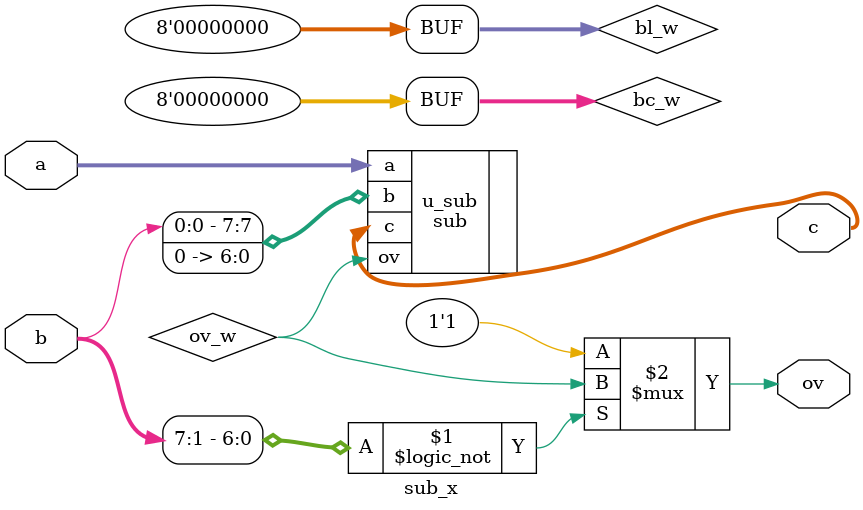
<source format=v>
`timescale 1ns / 1ps


module sub_x #(
        parameter POS = 0)
    (
        input [7:0]a,
        input [7:0]b,
        output [7:0]c,
        output ov);
    wire ov_w;

    wire [7:0]bl_w;
    assign bl_w = 8'd0;
    sub u_sub(
            .a (a),
            .b ({b[POS:0],bl_w[7:POS+1]}),
            .c (c),
            .ov (ov_w)
        );
    wire [7:0]bc_w;
    assign bc_w = 8'd0;
    assign ov = (b[7:POS+1] == bc_w[7:POS+1])?ov_w:1'd1;

endmodule

</source>
